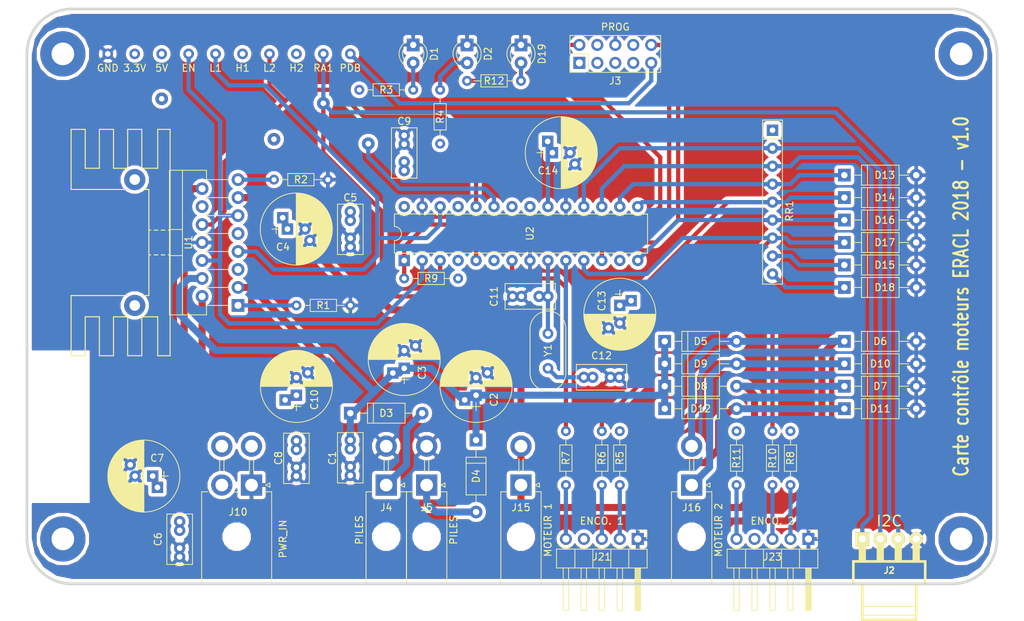
<source format=kicad_pcb>
(kicad_pcb (version 4) (host pcbnew 4.0.7)
  (title_block (title "Carte contrôle moteurs 2A - 2018") (date 2018-02-16) (rev v1.0) (company "Centrale Lyon") (comment 2 "Contacter G. CHARREAUX (chxguillaume@gmail.com)"))
  (layers (0 Dessus signal) (1 Interne3 signal) (2 Interne2 signal) (31 Dessous signal) (34 B.Paste user hide) (35 F.Paste user hide) (36 B.SilkS user hide) (37 F.SilkS user) (38 B.Mask user) (39 F.Mask user) (44 Edge.Cuts user))
  (net 0 "")
  (net 1 +5V)
  (net 2 /ALIM_PILES)
  (net 3 /DEBUG_RX)
  (net 4 /DEBUG_TX)
  (net 5 /ENABLE)
  (net 6 /PCK)
  (net 7 /PDB)
  (net 8 /PDT)
  (net 9 /PWM1_H1)
  (net 10 /PWM1_H2)
  (net 11 /PWM1_L1)
  (net 12 /PWM1_L2)
  (net 13 /QEI1_INDEX)
  (net 14 /RA1)
  (net 15 GND)
  (net 16 +3V3)
  (net 17 "Net-(C11-Pad1)")
  (net 18 "Net-(C12-Pad1)")
  (net 19 "Net-(C14-Pad1)")
  (net 20 "Net-(D1-Pad2)")
  (net 21 "Net-(D2-Pad2)")
  (net 22 "Net-(D3-Pad2)")
  (net 23 "Net-(D4-Pad2)")
  (net 24 "Net-(D5-Pad2)")
  (net 25 "Net-(D7-Pad1)")
  (net 26 "Net-(D10-Pad1)")
  (net 27 "Net-(D11-Pad1)")
  (net 28 /QEI1_CHA)
  (net 29 /QEI1_CHB)
  (net 30 /QEI2_INDEX)
  (net 31 /QEI2_CHA)
  (net 32 /QEI2_CHB)
  (net 33 "Net-(D19-Pad2)")
  (net 34 /I2C_CLK)
  (net 35 /I2C_DATA)
  (net 36 /Mclr)
  (net 37 "Net-(J21-Pad2)")
  (net 38 "Net-(J21-Pad3)")
  (net 39 "Net-(J21-Pad5)")
  (net 40 "Net-(J23-Pad2)")
  (net 41 "Net-(J23-Pad3)")
  (net 42 "Net-(J23-Pad5)")
  (net 43 "Net-(R1-Pad1)")
  (net 44 "Net-(R2-Pad1)")
  (net 45 "Net-(R12-Pad2)")
  (module Connectors_Molex:Molex_MiniFit-JR-5569-02A2_2x01x4.20mm_Angled (layer Dessus) (at 74.93 102.87 180)
    (fp_text reference J4 (at 0 -3.175 180) (layer F.SilkS))
    (fp_text value PILES (at 3.81 -6.35 270) (layer F.SilkS))
    (pad 1 thru_hole rect (at 0 0 180) (size 3 3) (drill 1.8) (layers *.Cu *.Mask) (net 22 "Net-(D3-Pad2)"))
    (pad 2 thru_hole circle (at 0 5.5 180) (size 3 3) (drill 1.8) (layers *.Cu *.Mask) (net 15 GND))
    (pad "" np_thru_hole circle (at 0 -7.3 180) (size 3 3) (drill 3) (layers *.Cu *.Mask))
  )
  (module Capacitors_THT:C_Rect_L7.0mm_W3.5mm_P2.50mm_P5.00mm (layer Dessus) (at 69.85 96.52 270)
    (fp_text reference C1 (at 2.54 2.54 270) (layer F.SilkS))
    (fp_text value 100n)
    (pad 1 thru_hole circle (at 1.25 0 270) (size 1.6 1.6) (drill 0.8) (layers *.Cu *.Mask) (net 2 /ALIM_PILES))
    (pad 2 thru_hole circle (at 3.75 0 270) (size 1.6 1.6) (drill 0.8) (layers *.Cu *.Mask) (net 15 GND))
    (pad 1 thru_hole circle (at 0 0 270) (size 1.6 1.6) (drill 0.8) (layers *.Cu *.Mask) (net 2 /ALIM_PILES))
    (pad 2 thru_hole circle (at 5 0 270) (size 1.6 1.6) (drill 0.8) (layers *.Cu *.Mask) (net 15 GND))
  )
  (module Capacitors_THT:CP_Radial_D10.0mm_P2.50mm_P5.00mm (layer Dessus) (at 87.63 90.17 90)
    (fp_text reference C2 (at -0.635 2.54 90) (layer F.SilkS))
    (fp_text value 100u)
    (pad 1 thru_hole rect (at 0 0 90) (size 1.6 1.6) (drill 0.8) (layers *.Cu *.Mask) (net 2 /ALIM_PILES))
    (pad 2 thru_hole circle (at 2.5 0 90) (size 1.6 1.6) (drill 0.8) (layers *.Cu *.Mask) (net 15 GND))
    (pad 1 thru_hole rect (at -0.670937 -1.6 90) (size 1.6 1.6) (drill 0.8) (layers *.Cu *.Mask) (net 2 /ALIM_PILES))
    (pad 2 thru_hole circle (at 3.170937 1.6 90) (size 1.6 1.6) (drill 0.8) (layers *.Cu *.Mask) (net 15 GND))
  )
  (module Capacitors_THT:CP_Radial_D10.0mm_P2.50mm_P5.00mm (layer Dessus) (at 77.47 86.36 90)
    (fp_text reference C3 (at -0.635 2.54 90) (layer F.SilkS))
    (fp_text value 100u)
    (pad 1 thru_hole rect (at 0 0 90) (size 1.6 1.6) (drill 0.8) (layers *.Cu *.Mask) (net 2 /ALIM_PILES))
    (pad 2 thru_hole circle (at 2.5 0 90) (size 1.6 1.6) (drill 0.8) (layers *.Cu *.Mask) (net 15 GND))
    (pad 1 thru_hole rect (at -0.670937 -1.6 90) (size 1.6 1.6) (drill 0.8) (layers *.Cu *.Mask) (net 2 /ALIM_PILES))
    (pad 2 thru_hole circle (at 3.170937 1.6 90) (size 1.6 1.6) (drill 0.8) (layers *.Cu *.Mask) (net 15 GND))
  )
  (module Capacitors_THT:CP_Radial_D10.0mm_P2.50mm_P5.00mm (layer Dessus) (at 60.96 66.675)
    (fp_text reference C4 (at -0.635 2.54) (layer F.SilkS))
    (fp_text value 100u)
    (pad 1 thru_hole rect (at 0 0) (size 1.6 1.6) (drill 0.8) (layers *.Cu *.Mask) (net 16 +3V3))
    (pad 2 thru_hole circle (at 2.5 0) (size 1.6 1.6) (drill 0.8) (layers *.Cu *.Mask) (net 15 GND))
    (pad 1 thru_hole rect (at -0.670937 -1.6) (size 1.6 1.6) (drill 0.8) (layers *.Cu *.Mask) (net 16 +3V3))
    (pad 2 thru_hole circle (at 3.170937 1.6) (size 1.6 1.6) (drill 0.8) (layers *.Cu *.Mask) (net 15 GND))
  )
  (module Capacitors_THT:C_Rect_L7.0mm_W3.5mm_P2.50mm_P5.00mm (layer Dessus) (at 69.85 69.215 90)
    (fp_text reference C5 (at 6.985 0 180) (layer F.SilkS))
    (fp_text value 100n)
    (pad 1 thru_hole circle (at 1.25 0 90) (size 1.6 1.6) (drill 0.8) (layers *.Cu *.Mask) (net 15 GND))
    (pad 2 thru_hole circle (at 3.75 0 90) (size 1.6 1.6) (drill 0.8) (layers *.Cu *.Mask) (net 16 +3V3))
    (pad 1 thru_hole circle (at 0 0 90) (size 1.6 1.6) (drill 0.8) (layers *.Cu *.Mask) (net 15 GND))
    (pad 2 thru_hole circle (at 5 0 90) (size 1.6 1.6) (drill 0.8) (layers *.Cu *.Mask) (net 16 +3V3))
  )
  (module Capacitors_THT:C_Rect_L7.0mm_W3.5mm_P2.50mm_P5.00mm (layer Dessus) (at 45.72 113.03 90)
    (fp_text reference C6 (at 2.5 -3.06 90) (layer F.SilkS))
    (fp_text value 100n)
    (pad 1 thru_hole circle (at 1.25 0 90) (size 1.6 1.6) (drill 0.8) (layers *.Cu *.Mask) (net 15 GND))
    (pad 2 thru_hole circle (at 3.75 0 90) (size 1.6 1.6) (drill 0.8) (layers *.Cu *.Mask) (net 1 +5V))
    (pad 1 thru_hole circle (at 0 0 90) (size 1.6 1.6) (drill 0.8) (layers *.Cu *.Mask) (net 15 GND))
    (pad 2 thru_hole circle (at 5 0 90) (size 1.6 1.6) (drill 0.8) (layers *.Cu *.Mask) (net 1 +5V))
  )
  (module Capacitors_THT:CP_Radial_D10.0mm_P2.50mm_P5.00mm (layer Dessus) (at 41.91 101.6 180)
    (fp_text reference C7 (at -0.635 2.54 180) (layer F.SilkS))
    (fp_text value 100u)
    (pad 1 thru_hole rect (at 0 0 180) (size 1.6 1.6) (drill 0.8) (layers *.Cu *.Mask) (net 1 +5V))
    (pad 2 thru_hole circle (at 2.5 0 180) (size 1.6 1.6) (drill 0.8) (layers *.Cu *.Mask) (net 15 GND))
    (pad 1 thru_hole rect (at -0.670937 -1.6 180) (size 1.6 1.6) (drill 0.8) (layers *.Cu *.Mask) (net 1 +5V))
    (pad 2 thru_hole circle (at 3.170937 1.6 180) (size 1.6 1.6) (drill 0.8) (layers *.Cu *.Mask) (net 15 GND))
  )
  (module Capacitors_THT:C_Rect_L7.0mm_W3.5mm_P2.50mm_P5.00mm (layer Dessus) (at 62.23 101.6 90)
    (fp_text reference C8 (at 2.54 -2.54 90) (layer F.SilkS))
    (fp_text value 100n)
    (pad 1 thru_hole circle (at 1.25 0 90) (size 1.6 1.6) (drill 0.8) (layers *.Cu *.Mask) (net 15 GND))
    (pad 2 thru_hole circle (at 3.75 0 90) (size 1.6 1.6) (drill 0.8) (layers *.Cu *.Mask) (net 16 +3V3))
    (pad 1 thru_hole circle (at 0 0 90) (size 1.6 1.6) (drill 0.8) (layers *.Cu *.Mask) (net 15 GND))
    (pad 2 thru_hole circle (at 5 0 90) (size 1.6 1.6) (drill 0.8) (layers *.Cu *.Mask) (net 16 +3V3))
  )
  (module Capacitors_THT:C_Rect_L7.0mm_W3.5mm_P2.50mm_P5.00mm (layer Dessus) (at 77.47 58.42 90)
    (fp_text reference C9 (at 6.985 0 180) (layer F.SilkS))
    (fp_text value 100n)
    (pad 1 thru_hole circle (at 1.25 0 90) (size 1.6 1.6) (drill 0.8) (layers *.Cu *.Mask) (net 16 +3V3))
    (pad 2 thru_hole circle (at 3.75 0 90) (size 1.6 1.6) (drill 0.8) (layers *.Cu *.Mask) (net 15 GND))
    (pad 1 thru_hole circle (at 0 0 90) (size 1.6 1.6) (drill 0.8) (layers *.Cu *.Mask) (net 16 +3V3))
    (pad 2 thru_hole circle (at 5 0 90) (size 1.6 1.6) (drill 0.8) (layers *.Cu *.Mask) (net 15 GND))
  )
  (module Capacitors_THT:CP_Radial_D10.0mm_P2.50mm_P5.00mm (layer Dessus) (at 62.23 90.17 90)
    (fp_text reference C10 (at -0.635 2.54 90) (layer F.SilkS))
    (fp_text value 100u)
    (pad 1 thru_hole rect (at 0 0 90) (size 1.6 1.6) (drill 0.8) (layers *.Cu *.Mask) (net 16 +3V3))
    (pad 2 thru_hole circle (at 2.5 0 90) (size 1.6 1.6) (drill 0.8) (layers *.Cu *.Mask) (net 15 GND))
    (pad 1 thru_hole rect (at -0.670937 -1.6 90) (size 1.6 1.6) (drill 0.8) (layers *.Cu *.Mask) (net 16 +3V3))
    (pad 2 thru_hole circle (at 3.170937 1.6 90) (size 1.6 1.6) (drill 0.8) (layers *.Cu *.Mask) (net 15 GND))
  )
  (module Capacitors_THT:C_Rect_L7.0mm_W3.5mm_P2.50mm_P5.00mm (layer Dessus) (at 97.79 76.2 180)
    (fp_text reference C11 (at 7.62 0 270) (layer F.SilkS))
    (fp_text value 17p)
    (pad 1 thru_hole circle (at 1.25 0 180) (size 1.6 1.6) (drill 0.8) (layers *.Cu *.Mask) (net 17 "Net-(C11-Pad1)"))
    (pad 2 thru_hole circle (at 3.75 0 180) (size 1.6 1.6) (drill 0.8) (layers *.Cu *.Mask) (net 15 GND))
    (pad 1 thru_hole circle (at 0 0 180) (size 1.6 1.6) (drill 0.8) (layers *.Cu *.Mask) (net 17 "Net-(C11-Pad1)"))
    (pad 2 thru_hole circle (at 5 0 180) (size 1.6 1.6) (drill 0.8) (layers *.Cu *.Mask) (net 15 GND))
  )
  (module Capacitors_THT:C_Rect_L7.0mm_W3.5mm_P2.50mm_P5.00mm (layer Dessus) (at 102.87 87.63)
    (fp_text reference C12 (at 2.5 -3.06) (layer F.SilkS))
    (fp_text value 17p)
    (pad 1 thru_hole circle (at 1.25 0) (size 1.6 1.6) (drill 0.8) (layers *.Cu *.Mask) (net 18 "Net-(C12-Pad1)"))
    (pad 2 thru_hole circle (at 3.75 0) (size 1.6 1.6) (drill 0.8) (layers *.Cu *.Mask) (net 15 GND))
    (pad 1 thru_hole circle (at 0 0) (size 1.6 1.6) (drill 0.8) (layers *.Cu *.Mask) (net 18 "Net-(C12-Pad1)"))
    (pad 2 thru_hole circle (at 5 0) (size 1.6 1.6) (drill 0.8) (layers *.Cu *.Mask) (net 15 GND))
  )
  (module Capacitors_THT:CP_Radial_D10.0mm_P2.50mm_P5.00mm (layer Dessus) (at 107.95 77.47 270)
    (fp_text reference C13 (at -0.635 2.54 450) (layer F.SilkS))
    (fp_text value 1u)
    (pad 1 thru_hole rect (at 0 0 270) (size 1.6 1.6) (drill 0.8) (layers *.Cu *.Mask) (net 16 +3V3))
    (pad 2 thru_hole circle (at 2.5 0 270) (size 1.6 1.6) (drill 0.8) (layers *.Cu *.Mask) (net 15 GND))
    (pad 1 thru_hole rect (at -0.670937 -1.6 270) (size 1.6 1.6) (drill 0.8) (layers *.Cu *.Mask) (net 16 +3V3))
    (pad 2 thru_hole circle (at 3.170937 1.6 270) (size 1.6 1.6) (drill 0.8) (layers *.Cu *.Mask) (net 15 GND))
  )
  (module Capacitors_THT:CP_Radial_D10.0mm_P2.50mm_P5.00mm (layer Dessus) (at 98.425 55.88)
    (fp_text reference C14 (at -0.635 2.54) (layer F.SilkS))
    (fp_text value 4.7u)
    (pad 1 thru_hole rect (at 0 0) (size 1.6 1.6) (drill 0.8) (layers *.Cu *.Mask) (net 19 "Net-(C14-Pad1)"))
    (pad 2 thru_hole circle (at 2.5 0) (size 1.6 1.6) (drill 0.8) (layers *.Cu *.Mask) (net 15 GND))
    (pad 1 thru_hole rect (at -0.670937 -1.6) (size 1.6 1.6) (drill 0.8) (layers *.Cu *.Mask) (net 19 "Net-(C14-Pad1)"))
    (pad 2 thru_hole circle (at 3.170937 1.6) (size 1.6 1.6) (drill 0.8) (layers *.Cu *.Mask) (net 15 GND))
  )
  (module LEDs:LED_D3.0mm (layer Dessus) (at 78.74 40.64 270)
    (fp_text reference D1 (at 1.27 -2.96 270) (layer F.SilkS))
    (fp_text value RED)
    (pad 1 thru_hole rect (at 0 0 270) (size 1.8 1.8) (drill 0.9) (layers *.Cu *.Mask) (net 15 GND))
    (pad 2 thru_hole circle (at 2.54 0 270) (size 1.8 1.8) (drill 0.9) (layers *.Cu *.Mask) (net 20 "Net-(D1-Pad2)"))
  )
  (module LEDs:LED_D3.0mm (layer Dessus) (at 86.36 40.64 270)
    (fp_text reference D2 (at 1.27 -2.96 270) (layer F.SilkS))
    (fp_text value ORANGE)
    (pad 1 thru_hole rect (at 0 0 270) (size 1.8 1.8) (drill 0.9) (layers *.Cu *.Mask) (net 15 GND))
    (pad 2 thru_hole circle (at 2.54 0 270) (size 1.8 1.8) (drill 0.9) (layers *.Cu *.Mask) (net 21 "Net-(D2-Pad2)"))
  )
  (module Diodes_THT:D_A-405_P10.16mm_Horizontal (layer Dessus) (at 69.85 92.71)
    (fp_text reference D3 (at 5.08 0) (layer F.SilkS))
    (fp_text value 5A)
    (pad 1 thru_hole rect (at 0 0) (size 1.8 1.8) (drill 0.9) (layers *.Cu *.Mask) (net 2 /ALIM_PILES))
    (pad 2 thru_hole oval (at 10.16 0) (size 1.8 1.8) (drill 0.9) (layers *.Cu *.Mask) (net 22 "Net-(D3-Pad2)"))
  )
  (module Diodes_THT:D_A-405_P10.16mm_Horizontal (layer Dessus) (at 87.63 96.52 270)
    (fp_text reference D4 (at 5.08 0 270) (layer F.SilkS))
    (fp_text value 5A)
    (pad 1 thru_hole rect (at 0 0 270) (size 1.8 1.8) (drill 0.9) (layers *.Cu *.Mask) (net 2 /ALIM_PILES))
    (pad 2 thru_hole oval (at 10.16 0 270) (size 1.8 1.8) (drill 0.9) (layers *.Cu *.Mask) (net 23 "Net-(D4-Pad2)"))
  )
  (module Diodes_THT:D_A-405_P10.16mm_Horizontal (layer Dessus) (at 114.3 82.55)
    (fp_text reference D5 (at 5.08 0) (layer F.SilkS))
    (fp_text value 5A)
    (pad 1 thru_hole rect (at 0 0) (size 1.8 1.8) (drill 0.9) (layers *.Cu *.Mask) (net 2 /ALIM_PILES))
    (pad 2 thru_hole oval (at 10.16 0) (size 1.8 1.8) (drill 0.9) (layers *.Cu *.Mask) (net 24 "Net-(D5-Pad2)"))
  )
  (module Diodes_THT:D_A-405_P10.16mm_Horizontal (layer Dessus) (at 139.7 82.55)
    (fp_text reference D6 (at 5.08 0) (layer F.SilkS))
    (fp_text value 5A)
    (pad 1 thru_hole rect (at 0 0) (size 1.8 1.8) (drill 0.9) (layers *.Cu *.Mask) (net 24 "Net-(D5-Pad2)"))
    (pad 2 thru_hole oval (at 10.16 0) (size 1.8 1.8) (drill 0.9) (layers *.Cu *.Mask) (net 15 GND))
  )
  (module Diodes_THT:D_A-405_P10.16mm_Horizontal (layer Dessus) (at 139.7 88.9)
    (fp_text reference D7 (at 5.08 0) (layer F.SilkS))
    (fp_text value 5A)
    (pad 1 thru_hole rect (at 0 0) (size 1.8 1.8) (drill 0.9) (layers *.Cu *.Mask) (net 25 "Net-(D7-Pad1)"))
    (pad 2 thru_hole oval (at 10.16 0) (size 1.8 1.8) (drill 0.9) (layers *.Cu *.Mask) (net 15 GND))
  )
  (module Diodes_THT:D_A-405_P10.16mm_Horizontal (layer Dessus) (at 114.3 88.9)
    (fp_text reference D8 (at 5.08 0) (layer F.SilkS))
    (fp_text value 5A)
    (pad 1 thru_hole rect (at 0 0) (size 1.8 1.8) (drill 0.9) (layers *.Cu *.Mask) (net 2 /ALIM_PILES))
    (pad 2 thru_hole oval (at 10.16 0) (size 1.8 1.8) (drill 0.9) (layers *.Cu *.Mask) (net 25 "Net-(D7-Pad1)"))
  )
  (module Diodes_THT:D_A-405_P10.16mm_Horizontal (layer Dessus) (at 114.3 85.725)
    (fp_text reference D9 (at 5.08 0) (layer F.SilkS))
    (fp_text value 5A)
    (pad 1 thru_hole rect (at 0 0) (size 1.8 1.8) (drill 0.9) (layers *.Cu *.Mask) (net 2 /ALIM_PILES))
    (pad 2 thru_hole oval (at 10.16 0) (size 1.8 1.8) (drill 0.9) (layers *.Cu *.Mask) (net 26 "Net-(D10-Pad1)"))
  )
  (module Diodes_THT:D_A-405_P10.16mm_Horizontal (layer Dessus) (at 139.7 85.725)
    (fp_text reference D10 (at 5.08 0) (layer F.SilkS))
    (fp_text value 5A)
    (pad 1 thru_hole rect (at 0 0) (size 1.8 1.8) (drill 0.9) (layers *.Cu *.Mask) (net 26 "Net-(D10-Pad1)"))
    (pad 2 thru_hole oval (at 10.16 0) (size 1.8 1.8) (drill 0.9) (layers *.Cu *.Mask) (net 15 GND))
  )
  (module Diodes_THT:D_A-405_P10.16mm_Horizontal (layer Dessus) (at 139.7 92.075)
    (fp_text reference D11 (at 5.08 0) (layer F.SilkS))
    (fp_text value 5A)
    (pad 1 thru_hole rect (at 0 0) (size 1.8 1.8) (drill 0.9) (layers *.Cu *.Mask) (net 27 "Net-(D11-Pad1)"))
    (pad 2 thru_hole oval (at 10.16 0) (size 1.8 1.8) (drill 0.9) (layers *.Cu *.Mask) (net 15 GND))
  )
  (module Diodes_THT:D_A-405_P10.16mm_Horizontal (layer Dessus) (at 114.3 92.075)
    (fp_text reference D12 (at 5.08 0) (layer F.SilkS))
    (fp_text value 5A)
    (pad 1 thru_hole rect (at 0 0) (size 1.8 1.8) (drill 0.9) (layers *.Cu *.Mask) (net 2 /ALIM_PILES))
    (pad 2 thru_hole oval (at 10.16 0) (size 1.8 1.8) (drill 0.9) (layers *.Cu *.Mask) (net 27 "Net-(D11-Pad1)"))
  )
  (module Diodes_THT:D_A-405_P10.16mm_Horizontal (layer Dessus) (at 139.7 59.055)
    (fp_text reference D13 (at 5.715 0) (layer F.SilkS))
    (fp_text value 3.3V)
    (pad 1 thru_hole rect (at 0 0) (size 1.8 1.8) (drill 0.9) (layers *.Cu *.Mask) (net 13 /QEI1_INDEX))
    (pad 2 thru_hole oval (at 10.16 0) (size 1.8 1.8) (drill 0.9) (layers *.Cu *.Mask) (net 15 GND))
  )
  (module Diodes_THT:D_A-405_P10.16mm_Horizontal (layer Dessus) (at 139.7 62.23)
    (fp_text reference D14 (at 5.715 0) (layer F.SilkS))
    (fp_text value 3.3V)
    (pad 1 thru_hole rect (at 0 0) (size 1.8 1.8) (drill 0.9) (layers *.Cu *.Mask) (net 28 /QEI1_CHA))
    (pad 2 thru_hole oval (at 10.16 0) (size 1.8 1.8) (drill 0.9) (layers *.Cu *.Mask) (net 15 GND))
  )
  (module Diodes_THT:D_A-405_P10.16mm_Horizontal (layer Dessus) (at 139.7 71.755)
    (fp_text reference D15 (at 5.715 0) (layer F.SilkS))
    (fp_text value 3.3V)
    (pad 1 thru_hole rect (at 0 0) (size 1.8 1.8) (drill 0.9) (layers *.Cu *.Mask) (net 29 /QEI1_CHB))
    (pad 2 thru_hole oval (at 10.16 0) (size 1.8 1.8) (drill 0.9) (layers *.Cu *.Mask) (net 15 GND))
  )
  (module Diodes_THT:D_A-405_P10.16mm_Horizontal (layer Dessus) (at 139.7 65.405)
    (fp_text reference D16 (at 5.715 0) (layer F.SilkS))
    (fp_text value 3.3V)
    (pad 1 thru_hole rect (at 0 0) (size 1.8 1.8) (drill 0.9) (layers *.Cu *.Mask) (net 30 /QEI2_INDEX))
    (pad 2 thru_hole oval (at 10.16 0) (size 1.8 1.8) (drill 0.9) (layers *.Cu *.Mask) (net 15 GND))
  )
  (module Diodes_THT:D_A-405_P10.16mm_Horizontal (layer Dessus) (at 139.7 68.58)
    (fp_text reference D17 (at 5.715 0) (layer F.SilkS))
    (fp_text value 3.3V)
    (pad 1 thru_hole rect (at 0 0) (size 1.8 1.8) (drill 0.9) (layers *.Cu *.Mask) (net 31 /QEI2_CHA))
    (pad 2 thru_hole oval (at 10.16 0) (size 1.8 1.8) (drill 0.9) (layers *.Cu *.Mask) (net 15 GND))
  )
  (module Diodes_THT:D_A-405_P10.16mm_Horizontal (layer Dessus) (at 139.7 74.93)
    (fp_text reference D18 (at 5.715 0) (layer F.SilkS))
    (fp_text value 3.3V)
    (pad 1 thru_hole rect (at 0 0) (size 1.8 1.8) (drill 0.9) (layers *.Cu *.Mask) (net 32 /QEI2_CHB))
    (pad 2 thru_hole oval (at 10.16 0) (size 1.8 1.8) (drill 0.9) (layers *.Cu *.Mask) (net 15 GND))
  )
  (module LEDs:LED_D3.0mm (layer Dessus) (at 93.98 40.64 270)
    (fp_text reference D19 (at 1.27 -2.96 270) (layer F.SilkS))
    (fp_text value GREEN)
    (pad 1 thru_hole rect (at 0 0 270) (size 1.8 1.8) (drill 0.9) (layers *.Cu *.Mask) (net 15 GND))
    (pad 2 thru_hole circle (at 2.54 0 270) (size 1.8 1.8) (drill 0.9) (layers *.Cu *.Mask) (net 33 "Net-(D19-Pad2)"))
  )
  (module Measurement_Points:Measurement_Point_Round-TH_Small (layer Dessus) (at 69.85 41.91)
    (fp_text reference J1 hide)
    (fp_text value PDB (at 0 2 180) (layer F.SilkS))
    (pad 1 thru_hole circle (at 0 0) (size 1.5 1.5) (drill 0.8) (layers *.Cu *.Mask) (net 7 /PDB))
  )
  (module epsa_connect:KK_4C (layer Dessus) (at 146.05 110.49)
    (fp_text reference J2 (at 0 4.445) (layer F.SilkS) (effects (font (size 0.889 0.889) (thickness 0.2032))))
    (fp_text value I2C (at 0 -2.54) (layer F.SilkS) (effects (font (size 1.5 1.5) (thickness 0.2))))
    (pad 1 thru_hole rect (at -3.81 0) (size 1.905 1.905) (drill 1.016) (layers *.Cu *.Mask F.SilkS) (net 34 /I2C_CLK))
    (pad 2 thru_hole circle (at -1.27 0) (size 1.905 1.905) (drill 1.016) (layers *.Cu *.Mask F.SilkS) (net 35 /I2C_DATA))
    (pad 3 thru_hole circle (at 1.27 0) (size 1.905 1.905) (drill 1.016) (layers *.Cu *.Mask F.SilkS) (net 14 /RA1))
    (pad 4 thru_hole circle (at 3.81 0) (size 1.905 1.905) (drill 1.016) (layers *.Cu *.Mask F.SilkS) (net 15 GND))
  )
  (module Connectors_Molex:Molex_MiniFit-JR-5569-04A2_2x02x4.20mm_Angled (layer Dessus) (at 55.88 102.87 180)
    (fp_text reference J10 (at 1.905 -3.81 180) (layer F.SilkS))
    (fp_text value PWR_IN (at -4.445 -7.62 270) (layer F.SilkS))
    (pad 1 thru_hole rect (at 0 0 180) (size 3 3) (drill 1.8) (layers *.Cu *.Mask) (net 15 GND))
    (pad 2 thru_hole circle (at 4.2 0 180) (size 3 3) (drill 1.8) (layers *.Cu *.Mask) (net 1 +5V))
    (pad 3 thru_hole circle (at 0 5.5 180) (size 3 3) (drill 1.8) (layers *.Cu *.Mask) (net 16 +3V3))
    (pad 4 thru_hole circle (at 4.2 5.5 180) (size 3 3) (drill 1.8) (layers *.Cu *.Mask))
    (pad "" np_thru_hole circle (at 2.1 -7.3 180) (size 3 3) (drill 3) (layers *.Cu *.Mask))
  )
  (module Measurement_Points:Measurement_Point_Round-TH_Small (layer Dessus) (at 35.56 41.91)
    (fp_text reference J11 hide)
    (fp_text value GND (at 0 2) (layer F.SilkS))
    (pad 1 thru_hole circle (at 0 0) (size 1.5 1.5) (drill 0.8) (layers *.Cu *.Mask) (net 15 GND))
  )
  (module Measurement_Points:Measurement_Point_Round-TH_Small (layer Dessus) (at 43.18 41.91)
    (fp_text reference J12 hide)
    (fp_text value 5V (at 0 2) (layer F.SilkS))
    (pad 1 thru_hole circle (at 0 0) (size 1.5 1.5) (drill 0.8) (layers *.Cu *.Mask) (net 1 +5V))
  )
  (module Measurement_Points:Measurement_Point_Round-TH_Small (layer Dessus) (at 39.37 41.91)
    (fp_text reference J13 hide)
    (fp_text value 3.3V (at 0 2 180) (layer F.SilkS))
    (pad 1 thru_hole circle (at 0 0) (size 1.5 1.5) (drill 0.8) (layers *.Cu *.Mask) (net 16 +3V3))
  )
  (module Measurement_Points:Measurement_Point_Round-TH_Small (layer Dessus) (at 46.99 41.91)
    (fp_text reference J14 hide)
    (fp_text value EN (at 0 2) (layer F.SilkS))
    (pad 1 thru_hole circle (at 0 0) (size 1.5 1.5) (drill 0.8) (layers *.Cu *.Mask) (net 5 /ENABLE))
  )
  (module Measurement_Points:Measurement_Point_Round-TH_Small (layer Dessus) (at 50.8 41.91)
    (fp_text reference J17 hide)
    (fp_text value L1 (at 0 2) (layer F.SilkS))
    (pad 1 thru_hole circle (at 0 0) (size 1.5 1.5) (drill 0.8) (layers *.Cu *.Mask) (net 11 /PWM1_L1))
  )
  (module Measurement_Points:Measurement_Point_Round-TH_Small (layer Dessus) (at 54.61 41.91)
    (fp_text reference J18 hide)
    (fp_text value H1 (at 0 2) (layer F.SilkS))
    (pad 1 thru_hole circle (at 0 0) (size 1.5 1.5) (drill 0.8) (layers *.Cu *.Mask) (net 9 /PWM1_H1))
  )
  (module Measurement_Points:Measurement_Point_Round-TH_Small (layer Dessus) (at 58.42 41.91)
    (fp_text reference J19 hide)
    (fp_text value L2 (at 0 2) (layer F.SilkS))
    (pad 1 thru_hole circle (at 0 0) (size 1.5 1.5) (drill 0.8) (layers *.Cu *.Mask) (net 12 /PWM1_L2))
  )
  (module Measurement_Points:Measurement_Point_Round-TH_Small (layer Dessus) (at 62.23 41.91)
    (fp_text reference J20 hide)
    (fp_text value H2 (at 0 2) (layer F.SilkS))
    (pad 1 thru_hole circle (at 0 0) (size 1.5 1.5) (drill 0.8) (layers *.Cu *.Mask) (net 10 /PWM1_H2))
  )
  (module Pin_Headers:Pin_Header_Angled_1x05_Pitch2.54mm (layer Dessus) (at 110.49 110.49 270)
    (fp_text reference J21 (at 2.54 5.08 360) (layer F.SilkS))
    (fp_text value "ENCO. 1" (at -2.54 5.08 360) (layer F.SilkS))
    (pad 1 thru_hole rect (at 0 0 270) (size 1.7 1.7) (drill 1) (layers *.Cu *.Mask) (net 15 GND))
    (pad 2 thru_hole oval (at 0 2.54 270) (size 1.7 1.7) (drill 1) (layers *.Cu *.Mask) (net 37 "Net-(J21-Pad2)"))
    (pad 3 thru_hole oval (at 0 5.08 270) (size 1.7 1.7) (drill 1) (layers *.Cu *.Mask) (net 38 "Net-(J21-Pad3)"))
    (pad 4 thru_hole oval (at 0 7.62 270) (size 1.7 1.7) (drill 1) (layers *.Cu *.Mask) (net 1 +5V))
    (pad 5 thru_hole oval (at 0 10.16 270) (size 1.7 1.7) (drill 1) (layers *.Cu *.Mask) (net 39 "Net-(J21-Pad5)"))
  )
  (module Measurement_Points:Measurement_Point_Round-TH_Small (layer Dessus) (at 66.04 41.91)
    (fp_text reference J22 hide)
    (fp_text value RA1 (at 0 2 180) (layer F.SilkS))
    (pad 1 thru_hole circle (at 0 0) (size 1.5 1.5) (drill 0.8) (layers *.Cu *.Mask) (net 14 /RA1))
  )
  (module Pin_Headers:Pin_Header_Angled_1x05_Pitch2.54mm (layer Dessus) (at 134.62 110.49 270)
    (fp_text reference J23 (at 2.54 5.08 360) (layer F.SilkS))
    (fp_text value "ENCO. 2" (at -2.54 5.08 540) (layer F.SilkS))
    (pad 1 thru_hole rect (at 0 0 270) (size 1.7 1.7) (drill 1) (layers *.Cu *.Mask) (net 15 GND))
    (pad 2 thru_hole oval (at 0 2.54 270) (size 1.7 1.7) (drill 1) (layers *.Cu *.Mask) (net 40 "Net-(J23-Pad2)"))
    (pad 3 thru_hole oval (at 0 5.08 270) (size 1.7 1.7) (drill 1) (layers *.Cu *.Mask) (net 41 "Net-(J23-Pad3)"))
    (pad 4 thru_hole oval (at 0 7.62 270) (size 1.7 1.7) (drill 1) (layers *.Cu *.Mask) (net 1 +5V))
    (pad 5 thru_hole oval (at 0 10.16 270) (size 1.7 1.7) (drill 1) (layers *.Cu *.Mask) (net 42 "Net-(J23-Pad5)"))
  )
  (module Resistors_THT:R_Array_SIP9 (layer Dessus) (at 129.54 52.705 270)
    (fp_text reference RR1 (at 11.43 -2.4 270) (layer F.SilkS))
    (fp_text value 20k)
    (pad 1 thru_hole rect (at 0 0 270) (size 1.6 1.6) (drill 0.8) (layers *.Cu *.Mask) (net 16 +3V3))
    (pad 2 thru_hole oval (at 2.54 0 270) (size 1.6 1.6) (drill 0.8) (layers *.Cu *.Mask) (net 35 /I2C_DATA))
    (pad 3 thru_hole oval (at 5.08 0 270) (size 1.6 1.6) (drill 0.8) (layers *.Cu *.Mask) (net 34 /I2C_CLK))
    (pad 4 thru_hole oval (at 7.62 0 270) (size 1.6 1.6) (drill 0.8) (layers *.Cu *.Mask) (net 13 /QEI1_INDEX))
    (pad 5 thru_hole oval (at 10.16 0 270) (size 1.6 1.6) (drill 0.8) (layers *.Cu *.Mask) (net 28 /QEI1_CHA))
    (pad 6 thru_hole oval (at 12.7 0 270) (size 1.6 1.6) (drill 0.8) (layers *.Cu *.Mask) (net 30 /QEI2_INDEX))
    (pad 7 thru_hole oval (at 15.24 0 270) (size 1.6 1.6) (drill 0.8) (layers *.Cu *.Mask) (net 31 /QEI2_CHA))
    (pad 8 thru_hole oval (at 17.78 0 270) (size 1.6 1.6) (drill 0.8) (layers *.Cu *.Mask) (net 29 /QEI1_CHB))
    (pad 9 thru_hole oval (at 20.32 0 270) (size 1.6 1.6) (drill 0.8) (layers *.Cu *.Mask) (net 32 /QEI2_CHB))
  )
  (module Housings_DIP:DIP-28_W7.62mm (layer Dessus) (at 77.47 71.12 90)
    (fp_text reference U2 (at 3.81 17.78 90) (layer F.SilkS))
    (fp_text value DSPIC33FJ)
    (pad 1 thru_hole rect (at 0 0 90) (size 1.6 1.6) (drill 0.8) (layers *.Cu *.Mask) (net 36 /Mclr))
    (pad 15 thru_hole oval (at 7.62 33.02 90) (size 1.6 1.6) (drill 0.8) (layers *.Cu *.Mask) (net 28 /QEI1_CHA))
    (pad 2 thru_hole oval (at 0 2.54 90) (size 1.6 1.6) (drill 0.8) (layers *.Cu *.Mask) (net 5 /ENABLE))
    (pad 16 thru_hole oval (at 7.62 30.48 90) (size 1.6 1.6) (drill 0.8) (layers *.Cu *.Mask) (net 13 /QEI1_INDEX))
    (pad 3 thru_hole oval (at 0 5.08 90) (size 1.6 1.6) (drill 0.8) (layers *.Cu *.Mask) (net 14 /RA1))
    (pad 17 thru_hole oval (at 7.62 27.94 90) (size 1.6 1.6) (drill 0.8) (layers *.Cu *.Mask) (net 34 /I2C_CLK))
    (pad 4 thru_hole oval (at 0 7.62 90) (size 1.6 1.6) (drill 0.8) (layers *.Cu *.Mask) (net 8 /PDT))
    (pad 18 thru_hole oval (at 7.62 25.4 90) (size 1.6 1.6) (drill 0.8) (layers *.Cu *.Mask) (net 35 /I2C_DATA))
    (pad 5 thru_hole oval (at 0 10.16 90) (size 1.6 1.6) (drill 0.8) (layers *.Cu *.Mask) (net 6 /PCK))
    (pad 19 thru_hole oval (at 7.62 22.86 90) (size 1.6 1.6) (drill 0.8) (layers *.Cu *.Mask) (net 15 GND))
    (pad 6 thru_hole oval (at 0 12.7 90) (size 1.6 1.6) (drill 0.8) (layers *.Cu *.Mask) (net 32 /QEI2_CHB))
    (pad 20 thru_hole oval (at 7.62 20.32 90) (size 1.6 1.6) (drill 0.8) (layers *.Cu *.Mask) (net 19 "Net-(C14-Pad1)"))
    (pad 7 thru_hole oval (at 0 15.24 90) (size 1.6 1.6) (drill 0.8) (layers *.Cu *.Mask) (net 29 /QEI1_CHB))
    (pad 21 thru_hole oval (at 7.62 17.78 90) (size 1.6 1.6) (drill 0.8) (layers *.Cu *.Mask) (net 3 /DEBUG_RX))
    (pad 8 thru_hole oval (at 0 17.78 90) (size 1.6 1.6) (drill 0.8) (layers *.Cu *.Mask) (net 15 GND))
    (pad 22 thru_hole oval (at 7.62 15.24 90) (size 1.6 1.6) (drill 0.8) (layers *.Cu *.Mask) (net 4 /DEBUG_TX))
    (pad 9 thru_hole oval (at 0 20.32 90) (size 1.6 1.6) (drill 0.8) (layers *.Cu *.Mask) (net 17 "Net-(C11-Pad1)"))
    (pad 23 thru_hole oval (at 7.62 12.7 90) (size 1.6 1.6) (drill 0.8) (layers *.Cu *.Mask) (net 10 /PWM1_H2))
    (pad 10 thru_hole oval (at 0 22.86 90) (size 1.6 1.6) (drill 0.8) (layers *.Cu *.Mask) (net 18 "Net-(C12-Pad1)"))
    (pad 24 thru_hole oval (at 7.62 10.16 90) (size 1.6 1.6) (drill 0.8) (layers *.Cu *.Mask) (net 12 /PWM1_L2))
    (pad 11 thru_hole oval (at 0 25.4 90) (size 1.6 1.6) (drill 0.8) (layers *.Cu *.Mask) (net 31 /QEI2_CHA))
    (pad 25 thru_hole oval (at 7.62 7.62 90) (size 1.6 1.6) (drill 0.8) (layers *.Cu *.Mask) (net 9 /PWM1_H1))
    (pad 12 thru_hole oval (at 0 27.94 90) (size 1.6 1.6) (drill 0.8) (layers *.Cu *.Mask) (net 45 "Net-(R12-Pad2)"))
    (pad 26 thru_hole oval (at 7.62 5.08 90) (size 1.6 1.6) (drill 0.8) (layers *.Cu *.Mask) (net 11 /PWM1_L1))
    (pad 13 thru_hole oval (at 0 30.48 90) (size 1.6 1.6) (drill 0.8) (layers *.Cu *.Mask) (net 16 +3V3))
    (pad 27 thru_hole oval (at 7.62 2.54 90) (size 1.6 1.6) (drill 0.8) (layers *.Cu *.Mask) (net 15 GND))
    (pad 14 thru_hole oval (at 0 33.02 90) (size 1.6 1.6) (drill 0.8) (layers *.Cu *.Mask) (net 30 /QEI2_INDEX))
    (pad 28 thru_hole oval (at 7.62 0 90) (size 1.6 1.6) (drill 0.8) (layers *.Cu *.Mask) (net 16 +3V3))
  )
  (module Crystals:Crystal_HC18-U_Vertical (layer Dessus) (at 97.79 86.36 90)
    (fp_text reference Y1 (at 2.54 0 90) (layer F.SilkS))
    (fp_text value 10MHz)
    (pad 1 thru_hole circle (at 0 0 90) (size 1.5 1.5) (drill 0.8) (layers *.Cu *.Mask) (net 18 "Net-(C12-Pad1)"))
    (pad 2 thru_hole circle (at 4.9 0 90) (size 1.5 1.5) (drill 0.8) (layers *.Cu *.Mask) (net 17 "Net-(C11-Pad1)"))
  )
  (module TO_SOT_Packages_THT:Multiwatt-15_Vertical_StaggeredType1 (layer Dessus) (at 53.975 77.47 90)
    (fp_text reference U1 (at 8.89 -6.985 90) (layer F.SilkS))
    (fp_text value L298_PAI225)
    (pad 1 thru_hole rect (at 0 0 90) (size 1.8 1.8) (drill 1) (layers *.Cu *.Mask) (net 43 "Net-(R1-Pad1)"))
    (pad 2 thru_hole oval (at 1.27 -5.08 90) (size 1.8 1.8) (drill 1) (layers *.Cu *.Mask) (net 25 "Net-(D7-Pad1)"))
    (pad 3 thru_hole oval (at 2.54 0 90) (size 1.8 1.8) (drill 1) (layers *.Cu *.Mask) (net 27 "Net-(D11-Pad1)"))
    (pad 4 thru_hole oval (at 3.81 -5.08 90) (size 1.8 1.8) (drill 1) (layers *.Cu *.Mask) (net 2 /ALIM_PILES))
    (pad 5 thru_hole oval (at 5.08 0 90) (size 1.8 1.8) (drill 1) (layers *.Cu *.Mask) (net 9 /PWM1_H1))
    (pad 6 thru_hole oval (at 6.35 -5.08 90) (size 1.8 1.8) (drill 1) (layers *.Cu *.Mask) (net 5 /ENABLE))
    (pad 7 thru_hole oval (at 7.62 0 90) (size 1.8 1.8) (drill 1) (layers *.Cu *.Mask) (net 11 /PWM1_L1))
    (pad 8 thru_hole oval (at 8.89 -5.08 90) (size 1.8 1.8) (drill 1) (layers *.Cu *.Mask) (net 15 GND))
    (pad 9 thru_hole oval (at 10.16 0 90) (size 1.8 1.8) (drill 1) (layers *.Cu *.Mask) (net 16 +3V3))
    (pad 10 thru_hole oval (at 11.43 -5.08 90) (size 1.8 1.8) (drill 1) (layers *.Cu *.Mask) (net 12 /PWM1_L2))
    (pad 11 thru_hole oval (at 12.7 0 90) (size 1.8 1.8) (drill 1) (layers *.Cu *.Mask) (net 5 /ENABLE))
    (pad 12 thru_hole oval (at 13.97 -5.08 90) (size 1.8 1.8) (drill 1) (layers *.Cu *.Mask) (net 10 /PWM1_H2))
    (pad 13 thru_hole oval (at 15.24 0 90) (size 1.8 1.8) (drill 1) (layers *.Cu *.Mask) (net 26 "Net-(D10-Pad1)"))
    (pad 14 thru_hole oval (at 16.51 -5.08 90) (size 1.8 1.8) (drill 1) (layers *.Cu *.Mask) (net 24 "Net-(D5-Pad2)"))
    (pad 15 thru_hole oval (at 17.78 0 90) (size 1.8 1.8) (drill 1) (layers *.Cu *.Mask) (net 44 "Net-(R2-Pad1)"))
  )
  (module Pin_Headers:Pin_Header_Straight_2x05_Pitch2.54mm (layer Dessus) (at 102.235 43.18 90)
    (fp_text reference J3 (at -2.54 5.08 180) (layer F.SilkS))
    (fp_text value PROG (at 5.08 5.08 180) (layer F.SilkS))
    (pad 1 thru_hole rect (at 0 0 90) (size 1.7 1.7) (drill 1) (layers *.Cu *.Mask))
    (pad 2 thru_hole oval (at 2.54 0 90) (size 1.7 1.7) (drill 1) (layers *.Cu *.Mask) (net 36 /Mclr))
    (pad 3 thru_hole oval (at 0 2.54 90) (size 1.7 1.7) (drill 1) (layers *.Cu *.Mask))
    (pad 4 thru_hole oval (at 2.54 2.54 90) (size 1.7 1.7) (drill 1) (layers *.Cu *.Mask) (net 16 +3V3))
    (pad 5 thru_hole oval (at 0 5.08 90) (size 1.7 1.7) (drill 1) (layers *.Cu *.Mask) (net 4 /DEBUG_TX))
    (pad 6 thru_hole oval (at 2.54 5.08 90) (size 1.7 1.7) (drill 1) (layers *.Cu *.Mask) (net 15 GND))
    (pad 7 thru_hole oval (at 0 7.62 90) (size 1.7 1.7) (drill 1) (layers *.Cu *.Mask) (net 3 /DEBUG_RX))
    (pad 8 thru_hole oval (at 2.54 7.62 90) (size 1.7 1.7) (drill 1) (layers *.Cu *.Mask) (net 8 /PDT))
    (pad 9 thru_hole oval (at 0 10.16 90) (size 1.7 1.7) (drill 1) (layers *.Cu *.Mask) (net 7 /PDB))
    (pad 10 thru_hole oval (at 2.54 10.16 90) (size 1.7 1.7) (drill 1) (layers *.Cu *.Mask) (net 6 /PCK))
  )
  (module Connectors_Molex:Molex_MiniFit-JR-5569-02A2_2x01x4.20mm_Angled (layer Dessus) (at 80.645 102.87 180)
    (fp_text reference J5 (at 0 -3.175 180) (layer F.SilkS))
    (fp_text value PILES (at -3.81 -6.35 270) (layer F.SilkS))
    (pad 1 thru_hole rect (at 0 0 180) (size 3 3) (drill 1.8) (layers *.Cu *.Mask) (net 23 "Net-(D4-Pad2)"))
    (pad 2 thru_hole circle (at 0 5.5 180) (size 3 3) (drill 1.8) (layers *.Cu *.Mask) (net 15 GND))
    (pad "" np_thru_hole circle (at 0 -7.3 180) (size 3 3) (drill 3) (layers *.Cu *.Mask))
  )
  (module Mounting_Holes:MountingHole_3.2mm_M3_Pad (layer Dessus) (at 29.21 41.91)
    (fp_text reference J6 hide)
    (fp_text value Fix hide)
    (pad 1 thru_hole circle (at 0 0) (size 6.4 6.4) (drill 3.2) (layers *.Cu *.Mask))
  )
  (module Mounting_Holes:MountingHole_3.2mm_M3_Pad (layer Dessus) (at 156.21 41.91)
    (fp_text reference J7 hide)
    (fp_text value Fix hide)
    (pad 1 thru_hole circle (at 0 0) (size 6.4 6.4) (drill 3.2) (layers *.Cu *.Mask))
  )
  (module Mounting_Holes:MountingHole_3.2mm_M3_Pad (layer Dessus) (at 29.21 110.49)
    (fp_text reference J8 hide)
    (fp_text value Fix hide)
    (pad 1 thru_hole circle (at 0 0) (size 6.4 6.4) (drill 3.2) (layers *.Cu *.Mask))
  )
  (module Mounting_Holes:MountingHole_3.2mm_M3_Pad (layer Dessus) (at 156.21 110.49)
    (fp_text reference J9 hide)
    (fp_text value Fix hide)
    (pad 1 thru_hole circle (at 0 0) (size 6.4 6.4) (drill 3.2) (layers *.Cu *.Mask))
  )
  (module Connectors_Molex:Molex_MiniFit-JR-5569-02A2_2x01x4.20mm_Angled (layer Dessus) (at 93.98 102.87 180)
    (fp_text reference J15 (at 0 -3.175 180) (layer F.SilkS))
    (fp_text value "MOTEUR 1" (at -3.81 -6.35 270) (layer F.SilkS))
    (pad 1 thru_hole rect (at 0 0 180) (size 3 3) (drill 1.8) (layers *.Cu *.Mask) (net 25 "Net-(D7-Pad1)"))
    (pad 2 thru_hole circle (at 0 5.5 180) (size 3 3) (drill 1.8) (layers *.Cu *.Mask) (net 27 "Net-(D11-Pad1)"))
    (pad "" np_thru_hole circle (at 0 -7.3 180) (size 3 3) (drill 3) (layers *.Cu *.Mask))
  )
  (module Connectors_Molex:Molex_MiniFit-JR-5569-02A2_2x01x4.20mm_Angled (layer Dessus) (at 118.11 102.87 180)
    (fp_text reference J16 (at 0 -3.175 180) (layer F.SilkS))
    (fp_text value "MOTEUR 2" (at -3.81 -6.35 270) (layer F.SilkS))
    (pad 1 thru_hole rect (at 0 0 180) (size 3 3) (drill 1.8) (layers *.Cu *.Mask) (net 26 "Net-(D10-Pad1)"))
    (pad 2 thru_hole circle (at 0 5.5 180) (size 3 3) (drill 1.8) (layers *.Cu *.Mask) (net 24 "Net-(D5-Pad2)"))
    (pad "" np_thru_hole circle (at 0 -7.3 180) (size 3 3) (drill 3) (layers *.Cu *.Mask))
  )
  (module Heatsinks:Heatsink_Stonecold_HS-132_32x14mm_2xFixation1.5mm (layer Dessus) (at 39.37 68.58 270)
    (fp_text reference "" (at 0 -6 270) (layer F.SilkS))
    (fp_text value "")
    (pad 1 thru_hole circle (at -8.9 0 270) (size 3 3) (drill 1.5) (layers *.Cu *.Mask))
    (pad 1 thru_hole circle (at 8.9 0 270) (size 3 3) (drill 1.5) (layers *.Cu *.Mask))
  )
  (module Resistors_THT:R_Axial_DIN0204_L3.6mm_D1.6mm_P7.62mm_Horizontal (layer Dessus) (at 62.23 77.47)
    (fp_text reference R1 (at 3.81 0) (layer F.SilkS))
    (fp_text value 0)
    (pad 1 thru_hole circle (at 0 0) (size 1.4 1.4) (drill 0.7) (layers *.Cu *.Mask) (net 43 "Net-(R1-Pad1)"))
    (pad 2 thru_hole oval (at 7.62 0) (size 1.4 1.4) (drill 0.7) (layers *.Cu *.Mask) (net 15 GND))
  )
  (module Resistors_THT:R_Axial_DIN0204_L3.6mm_D1.6mm_P7.62mm_Horizontal (layer Dessus) (at 59.055 59.69)
    (fp_text reference R2 (at 3.81 0) (layer F.SilkS))
    (fp_text value 0)
    (pad 1 thru_hole circle (at 0 0) (size 1.4 1.4) (drill 0.7) (layers *.Cu *.Mask) (net 44 "Net-(R2-Pad1)"))
    (pad 2 thru_hole oval (at 7.62 0) (size 1.4 1.4) (drill 0.7) (layers *.Cu *.Mask) (net 15 GND))
  )
  (module Resistors_THT:R_Axial_DIN0204_L3.6mm_D1.6mm_P7.62mm_Horizontal (layer Dessus) (at 78.74 46.99 180)
    (fp_text reference R3 (at 3.81 0 180) (layer F.SilkS))
    (fp_text value 470)
    (pad 1 thru_hole circle (at 0 0 180) (size 1.4 1.4) (drill 0.7) (layers *.Cu *.Mask) (net 20 "Net-(D1-Pad2)"))
    (pad 2 thru_hole oval (at 7.62 0 180) (size 1.4 1.4) (drill 0.7) (layers *.Cu *.Mask) (net 1 +5V))
  )
  (module Resistors_THT:R_Axial_DIN0204_L3.6mm_D1.6mm_P7.62mm_Horizontal (layer Dessus) (at 82.55 46.99 270)
    (fp_text reference R4 (at 3.81 0 270) (layer F.SilkS))
    (fp_text value 470)
    (pad 1 thru_hole circle (at 0 0 270) (size 1.4 1.4) (drill 0.7) (layers *.Cu *.Mask) (net 21 "Net-(D2-Pad2)"))
    (pad 2 thru_hole oval (at 7.62 0 270) (size 1.4 1.4) (drill 0.7) (layers *.Cu *.Mask) (net 16 +3V3))
  )
  (module Resistors_THT:R_Axial_DIN0204_L3.6mm_D1.6mm_P7.62mm_Horizontal (layer Dessus) (at 107.95 102.87 90)
    (fp_text reference R5 (at 3.81 0 90) (layer F.SilkS))
    (fp_text value 150)
    (pad 1 thru_hole circle (at 0 0 90) (size 1.4 1.4) (drill 0.7) (layers *.Cu *.Mask) (net 37 "Net-(J21-Pad2)"))
    (pad 2 thru_hole oval (at 7.62 0 90) (size 1.4 1.4) (drill 0.7) (layers *.Cu *.Mask) (net 13 /QEI1_INDEX))
  )
  (module Resistors_THT:R_Axial_DIN0204_L3.6mm_D1.6mm_P7.62mm_Horizontal (layer Dessus) (at 105.41 102.87 90)
    (fp_text reference R6 (at 3.81 0 90) (layer F.SilkS))
    (fp_text value 150)
    (pad 1 thru_hole circle (at 0 0 90) (size 1.4 1.4) (drill 0.7) (layers *.Cu *.Mask) (net 38 "Net-(J21-Pad3)"))
    (pad 2 thru_hole oval (at 7.62 0 90) (size 1.4 1.4) (drill 0.7) (layers *.Cu *.Mask) (net 28 /QEI1_CHA))
  )
  (module Resistors_THT:R_Axial_DIN0204_L3.6mm_D1.6mm_P7.62mm_Horizontal (layer Dessus) (at 100.33 102.87 90)
    (fp_text reference R7 (at 3.81 0 90) (layer F.SilkS))
    (fp_text value 150)
    (pad 1 thru_hole circle (at 0 0 90) (size 1.4 1.4) (drill 0.7) (layers *.Cu *.Mask) (net 39 "Net-(J21-Pad5)"))
    (pad 2 thru_hole oval (at 7.62 0 90) (size 1.4 1.4) (drill 0.7) (layers *.Cu *.Mask) (net 29 /QEI1_CHB))
  )
  (module Resistors_THT:R_Axial_DIN0204_L3.6mm_D1.6mm_P7.62mm_Horizontal (layer Dessus) (at 132.08 102.87 90)
    (fp_text reference R8 (at 3.81 0 90) (layer F.SilkS))
    (fp_text value 150)
    (pad 1 thru_hole circle (at 0 0 90) (size 1.4 1.4) (drill 0.7) (layers *.Cu *.Mask) (net 40 "Net-(J23-Pad2)"))
    (pad 2 thru_hole oval (at 7.62 0 90) (size 1.4 1.4) (drill 0.7) (layers *.Cu *.Mask) (net 30 /QEI2_INDEX))
  )
  (module Resistors_THT:R_Axial_DIN0204_L3.6mm_D1.6mm_P7.62mm_Horizontal (layer Dessus) (at 77.47 73.66)
    (fp_text reference R9 (at 3.81 0) (layer F.SilkS))
    (fp_text value 10K)
    (pad 1 thru_hole circle (at 0 0) (size 1.4 1.4) (drill 0.7) (layers *.Cu *.Mask) (net 36 /Mclr))
    (pad 2 thru_hole oval (at 7.62 0) (size 1.4 1.4) (drill 0.7) (layers *.Cu *.Mask) (net 16 +3V3))
  )
  (module Resistors_THT:R_Axial_DIN0204_L3.6mm_D1.6mm_P7.62mm_Horizontal (layer Dessus) (at 129.54 102.87 90)
    (fp_text reference R10 (at 3.81 0 90) (layer F.SilkS))
    (fp_text value 150)
    (pad 1 thru_hole circle (at 0 0 90) (size 1.4 1.4) (drill 0.7) (layers *.Cu *.Mask) (net 41 "Net-(J23-Pad3)"))
    (pad 2 thru_hole oval (at 7.62 0 90) (size 1.4 1.4) (drill 0.7) (layers *.Cu *.Mask) (net 31 /QEI2_CHA))
  )
  (module Resistors_THT:R_Axial_DIN0204_L3.6mm_D1.6mm_P7.62mm_Horizontal (layer Dessus) (at 124.46 102.87 90)
    (fp_text reference R11 (at 3.81 0 90) (layer F.SilkS))
    (fp_text value 150)
    (pad 1 thru_hole circle (at 0 0 90) (size 1.4 1.4) (drill 0.7) (layers *.Cu *.Mask) (net 42 "Net-(J23-Pad5)"))
    (pad 2 thru_hole oval (at 7.62 0 90) (size 1.4 1.4) (drill 0.7) (layers *.Cu *.Mask) (net 32 /QEI2_CHB))
  )
  (module Resistors_THT:R_Axial_DIN0204_L3.6mm_D1.6mm_P7.62mm_Horizontal (layer Dessus) (at 93.98 45.72 180)
    (fp_text reference R12 (at 3.81 0 180) (layer F.SilkS))
    (fp_text value 470)
    (pad 1 thru_hole circle (at 0 0 180) (size 1.4 1.4) (drill 0.7) (layers *.Cu *.Mask) (net 33 "Net-(D19-Pad2)"))
    (pad 2 thru_hole oval (at 7.62 0 180) (size 1.4 1.4) (drill 0.7) (layers *.Cu *.Mask) (net 45 "Net-(R12-Pad2)"))
  )
  (gr_text "Carte contrôle moteurs ERACL 2018 - v1.0" (at 156.21 76.2 90) (layer F.SilkS) (effects (font (size 2.032 1.524) (thickness 0.3048))))
  (gr_line (start 154.94 116.84) (end 30.48 116.84) (angle 90) (layer Edge.Cuts) (width 0.381))
  (gr_line (start 30.48 35.56) (end 154.94 35.56) (angle 90) (layer Edge.Cuts) (width 0.381))
  (gr_line (start 161.29 110.49) (end 161.29 41.91) (angle 90) (layer Edge.Cuts) (width 0.381))
  (gr_line (start 24.13 41.91) (end 24.13 110.49) (angle 90) (layer Edge.Cuts) (width 0.381))
  (gr_arc (start 30.48 41.91) (end 24.13 41.91) (angle 90) (layer Edge.Cuts) (width 0.381))
  (gr_arc (start 154.94 41.91) (end 154.94 35.56) (angle 90) (layer Edge.Cuts) (width 0.381))
  (gr_arc (start 30.48 110.49) (end 30.48 116.84) (angle 90) (layer Edge.Cuts) (width 0.381))
  (gr_arc (start 154.94 110.49) (end 161.29 110.49) (angle 90) (layer Edge.Cuts) (width 0.381))
  (via (at 43.18 48.26) (size 1.80086) (drill 0.8001) (layers Dessus Dessous) (net 1))
  (segment (start 86.03 90.840937) (end 85.760937 90.840937) (width 1.00076) (layer Dessous) (net 2))
  (segment (start 85.760937 90.840937) (end 85.09 90.17) (width 1.00076) (layer Dessous) (net 2))
  (segment (start 87.63 90.17) (end 85.09 90.17) (width 1.00076) (layer Dessous) (net 2))
  (segment (start 81.28 86.36) (end 77.47 86.36) (width 1.00076) (layer Dessous) (net 2))
  (segment (start 85.09 90.17) (end 81.28 86.36) (width 1.00076) (layer Dessous) (net 2))
  (segment (start 87.63 90.17) (end 87.63 96.52) (width 1.00076) (layer Dessous) (net 2))
  (segment (start 114.3 90.17) (end 87.63 90.17) (width 1.00076) (layer Dessous) (net 2))
  (segment (start 48.895 73.66) (end 46.99 73.66) (width 1.00076) (layer Dessous) (net 2))
  (segment (start 45.72 78.74) (end 50.8 83.82) (width 1.00076) (layer Dessous) (net 2))
  (segment (start 45.72 74.93) (end 45.72 78.74) (width 1.00076) (layer Dessous) (net 2))
  (segment (start 46.99 73.66) (end 45.72 74.93) (width 1.00076) (layer Dessous) (net 2))
  (segment (start 50.8 83.82) (end 67.31 83.82) (width 1.00076) (layer Dessous) (net 2))
  (segment (start 67.31 83.82) (end 73.195469 89.705469) (width 1.00076) (layer Dessous) (net 2))
  (segment (start 73.195469 89.705468) (end 73.195469 89.705469) (width 1.00076) (layer Dessous) (net 2))
  (segment (start 114.3 85.725) (end 114.3 82.55) (width 1.00076) (layer Dessous) (net 2))
  (segment (start 114.3 88.9) (end 114.3 85.725) (width 1.00076) (layer Dessous) (net 2))
  (segment (start 114.3 88.9) (end 114.3 90.17) (width 1.00076) (layer Dessous) (net 2))
  (segment (start 114.3 90.17) (end 114.3 92.075) (width 1.00076) (layer Dessous) (net 2))
  (segment (start 75.87 87.030937) (end 76.799063 87.030937) (width 1.00076) (layer Dessous) (net 2))
  (segment (start 76.799063 87.030937) (end 77.47 86.36) (width 1.00076) (layer Dessous) (net 2))
  (segment (start 69.85 92.71) (end 70.190937 92.71) (width 1.00076) (layer Dessous) (net 2))
  (segment (start 70.190937 92.71) (end 73.195469 89.705468) (width 1.00076) (layer Dessous) (net 2))
  (segment (start 73.195469 89.705468) (end 75.87 87.030937) (width 1.00076) (layer Dessous) (net 2))
  (segment (start 69.85 92.71) (end 69.85 96.52) (width 1.00076) (layer Dessous) (net 2))
  (segment (start 69.85 96.52) (end 69.85 97.77) (width 1.00076) (layer Dessous) (net 2))
  (segment (start 51.435 64.77) (end 51.435 51.435) (width 0.59944) (layer Dessous) (net 5))
  (segment (start 51.435 51.435) (end 46.99 46.99) (width 0.59944) (layer Dessous) (net 5))
  (segment (start 48.895 71.12) (end 51.435 71.12) (width 0.59944) (layer Dessous) (net 5))
  (segment (start 52.705 80.01) (end 51.435 78.74) (width 0.59944) (layer Dessous) (net 5))
  (segment (start 51.435 78.74) (end 51.435 71.12) (width 0.59944) (layer Dessous) (net 5))
  (segment (start 51.435 71.12) (end 51.435 64.77) (width 0.59944) (layer Dessous) (net 5))
  (segment (start 52.705 80.01) (end 73.66 80.01) (width 0.59944) (layer Dessous) (net 5))
  (segment (start 73.66 80.01) (end 80.01 73.66) (width 0.59944) (layer Dessous) (net 5))
  (segment (start 80.01 73.66) (end 80.01 71.12) (width 0.59944) (layer Dessous) (net 5))
  (segment (start 51.435 64.77) (end 53.975 64.77) (width 0.59944) (layer Dessous) (net 5))
  (segment (start 46.99 46.99) (end 46.99 41.91) (width 0.59944) (layer Dessous) (net 5))
  (segment (start 90.17 67.31) (end 87.63 69.85) (width 0.59944) (layer Dessus) (net 6))
  (segment (start 111.76 67.31) (end 90.17 67.31) (width 0.59944) (layer Dessus) (net 6))
  (segment (start 114.935 64.135) (end 111.76 67.31) (width 0.59944) (layer Dessus) (net 6))
  (segment (start 87.63 71.12) (end 87.63 69.85) (width 0.59944) (layer Dessus) (net 6))
  (segment (start 113.665 40.64) (end 112.395 40.64) (width 0.59944) (layer Dessus) (net 6))
  (segment (start 114.935 64.135) (end 114.935 41.91) (width 0.59944) (layer Dessus) (net 6))
  (segment (start 114.935 41.91) (end 113.665 40.64) (width 0.59944) (layer Dessus) (net 6))
  (segment (start 69.85 41.91) (end 76.835 48.895) (width 0.59944) (layer Dessous) (net 7))
  (segment (start 76.835 48.895) (end 109.22 48.895) (width 0.59944) (layer Dessous) (net 7))
  (segment (start 109.22 48.895) (end 112.395 45.72) (width 0.59944) (layer Dessous) (net 7))
  (segment (start 112.395 43.18) (end 112.395 45.72) (width 0.59944) (layer Dessous) (net 7))
  (segment (start 112.395 43.18) (end 112.395 43.815) (width 0.59944) (layer Dessous) (net 7))
  (via (at 59.055 53.975) (size 1.80086) (drill 0.8001) (layers Dessus Dessous) (net 9))
  (segment (start 72.39 54.61) (end 72.39 56.515) (width 0.59944) (layer Dessous) (net 10))
  (via (at 72.39 54.61) (size 1.80086) (drill 0.8001) (layers Dessus Dessous) (net 10))
  (segment (start 48.895 63.5) (end 49.53 63.5) (width 0.59944) (layer Dessus) (net 10))
  (segment (start 88.9 60.96) (end 76.835 60.96) (width 0.59944) (layer Dessous) (net 10))
  (segment (start 88.9 60.96) (end 90.17 62.23) (width 0.59944) (layer Dessous) (net 10))
  (segment (start 90.17 62.23) (end 90.17 63.5) (width 0.59944) (layer Dessous) (net 10))
  (segment (start 76.835 60.96) (end 72.39 56.515) (width 0.59944) (layer Dessous) (net 10))
  (segment (start 73.66 67.945) (end 80.645 67.945) (width 0.59944) (layer Dessous) (net 11))
  (segment (start 82.55 66.04) (end 82.55 63.5) (width 0.59944) (layer Dessous) (net 11))
  (segment (start 80.645 67.945) (end 82.55 66.04) (width 0.59944) (layer Dessous) (net 11))
  (segment (start 52.705 46.355) (end 57.785 46.355) (width 0.59944) (layer Dessous) (net 11))
  (segment (start 57.785 46.355) (end 73.66 62.23) (width 0.59944) (layer Dessous) (net 11))
  (segment (start 59.055 72.39) (end 71.755 72.39) (width 0.59944) (layer Dessous) (net 11))
  (segment (start 71.755 72.39) (end 73.66 70.485) (width 0.59944) (layer Dessous) (net 11))
  (segment (start 53.975 69.85) (end 56.515 69.85) (width 0.59944) (layer Dessous) (net 11))
  (segment (start 56.515 69.85) (end 59.055 72.39) (width 0.59944) (layer Dessous) (net 11))
  (segment (start 73.66 66.04) (end 73.66 62.23) (width 0.59944) (layer Dessous) (net 11))
  (segment (start 73.66 70.485) (end 73.66 67.945) (width 0.59944) (layer Dessous) (net 11))
  (segment (start 73.66 67.945) (end 73.66 66.04) (width 0.59944) (layer Dessous) (net 11))
  (segment (start 50.8 44.45) (end 50.8 41.91) (width 0.59944) (layer Dessous) (net 11))
  (segment (start 52.705 46.355) (end 50.8 44.45) (width 0.59944) (layer Dessous) (net 11))
  (segment (start 67.945 46.99) (end 71.755 50.8) (width 0.59944) (layer Dessus) (net 12))
  (segment (start 71.755 50.8) (end 83.185 50.8) (width 0.59944) (layer Dessus) (net 12))
  (segment (start 67.945 46.99) (end 62.23 46.99) (width 0.59944) (layer Dessus) (net 12))
  (segment (start 58.42 41.91) (end 58.42 46.355) (width 0.59944) (layer Dessus) (net 12))
  (segment (start 58.42 46.355) (end 60.6425 48.5775) (width 0.59944) (layer Dessus) (net 12))
  (segment (start 60.6425 48.5775) (end 62.23 46.99) (width 0.59944) (layer Dessus) (net 12))
  (segment (start 87.63 63.5) (end 87.63 55.245) (width 0.59944) (layer Dessus) (net 12))
  (segment (start 87.63 55.245) (end 83.185 50.8) (width 0.59944) (layer Dessus) (net 12))
  (segment (start 48.895 66.04) (end 50.165 66.04) (width 0.59944) (layer Dessus) (net 12))
  (segment (start 50.165 66.04) (end 52.07 64.135) (width 0.59944) (layer Dessus) (net 12))
  (segment (start 52.07 64.135) (end 52.07 57.15) (width 0.59944) (layer Dessus) (net 12))
  (segment (start 52.07 57.15) (end 60.6425 48.5775) (width 0.59944) (layer Dessus) (net 12))
  (segment (start 139.7 59.055) (end 133.35 59.055) (width 0.59944) (layer Dessous) (net 13))
  (segment (start 132.08 60.325) (end 129.54 60.325) (width 0.59944) (layer Dessous) (net 13))
  (segment (start 133.35 59.055) (end 132.08 60.325) (width 0.59944) (layer Dessous) (net 13))
  (segment (start 129.54 60.325) (end 109.855 60.325) (width 0.59944) (layer Dessous) (net 13))
  (segment (start 109.855 60.325) (end 107.95 62.23) (width 0.59944) (layer Dessous) (net 13))
  (segment (start 107.95 62.23) (end 107.95 63.5) (width 0.59944) (layer Dessous) (net 13))
  (segment (start 138.43 50.165) (end 67.31 50.165) (width 0.59944) (layer Dessous) (net 14))
  (segment (start 67.31 50.165) (end 66.04 48.895) (width 0.59944) (layer Dessous) (net 14))
  (segment (start 74.295 64.135) (end 74.295 74.295) (width 0.59944) (layer Dessus) (net 14))
  (via (at 66.04 48.895) (size 1.80086) (drill 0.8001) (layers Dessus Dessous) (net 14))
  (segment (start 66.04 55.88) (end 66.04 48.895) (width 0.59944) (layer Dessus) (net 14))
  (segment (start 74.295 64.135) (end 66.04 55.88) (width 0.59944) (layer Dessus) (net 14))
  (segment (start 74.295 74.295) (end 76.2 76.2) (width 0.59944) (layer Dessus) (net 14))
  (segment (start 76.2 76.2) (end 80.01 76.2) (width 0.59944) (layer Dessus) (net 14))
  (segment (start 80.01 76.2) (end 82.55 73.66) (width 0.59944) (layer Dessus) (net 14))
  (segment (start 82.55 73.66) (end 82.55 71.12) (width 0.59944) (layer Dessus) (net 14))
  (segment (start 66.04 41.91) (end 66.04 48.895) (width 0.59944) (layer Dessous) (net 14))
  (segment (start 147.32 108.585) (end 146.05 107.315) (width 0.59944) (layer Dessous) (net 14))
  (segment (start 146.05 107.315) (end 146.05 57.785) (width 0.59944) (layer Dessous) (net 14))
  (segment (start 146.05 57.785) (end 138.43 50.165) (width 0.59944) (layer Dessous) (net 14))
  (segment (start 147.32 108.585) (end 147.32 110.49) (width 0.59944) (layer Dessous) (net 14))
  (segment (start 69.85 100.27) (end 69.79 100.27) (width 0.3) (layer Dessous) (net 15))
  (segment (start 69.79 100.27) (end 68.58 99.06) (width 0.3) (layer Dessous) (net 15))
  (segment (start 63.52 99.06) (end 62.23 100.35) (width 0.3) (layer Dessous) (net 15))
  (segment (start 68.58 99.06) (end 63.52 99.06) (width 0.3) (layer Dessous) (net 15))
  (segment (start 62.23 101.6) (end 62.23 100.35) (width 0.3) (layer Dessous) (net 15))
  (segment (start 55.88 102.87) (end 59.055 102.87) (width 0.3) (layer Dessous) (net 15))
  (segment (start 60.96 102.87) (end 62.23 101.6) (width 0.3) (layer Dessous) (net 15))
  (segment (start 59.69 102.87) (end 60.96 102.87) (width 0.3) (layer Dessous) (net 15))
  (segment (start 59.055 102.87) (end 59.69 102.87) (width 0.3) (layer Dessous) (net 15))
  (segment (start 45.72 111.78) (end 45.72 111.76) (width 0.3) (layer Dessous) (net 15))
  (segment (start 45.72 111.76) (end 38.1 104.14) (width 0.3) (layer Dessous) (net 15))
  (segment (start 38.1 102.91) (end 39.41 101.6) (width 0.3) (layer Dessous) (net 15))
  (segment (start 38.1 104.14) (end 38.1 102.91) (width 0.3) (layer Dessous) (net 15))
  (segment (start 45.72 113.03) (end 45.72 111.78) (width 0.3) (layer Dessous) (net 15))
  (segment (start 77.47 53.42) (end 77.47 54.67) (width 0.3) (layer Dessus) (net 15))
  (segment (start 80.01 63.5) (end 80.01 57.21) (width 0.3) (layer Dessus) (net 15))
  (segment (start 80.01 57.21) (end 77.47 54.67) (width 0.3) (layer Dessus) (net 15))
  (segment (start 69.85 67.965) (end 69.85 67.945) (width 0.3) (layer Dessous) (net 15))
  (segment (start 69.85 67.945) (end 68.58 66.675) (width 0.3) (layer Dessous) (net 15))
  (segment (start 65.730937 66.675) (end 64.130937 68.275) (width 0.3) (layer Dessous) (net 15))
  (segment (start 68.58 66.675) (end 65.730937 66.675) (width 0.3) (layer Dessous) (net 15))
  (segment (start 69.85 69.215) (end 69.85 67.965) (width 0.3) (layer Dessous) (net 15))
  (segment (start 94.04 76.2) (end 94.04 76.14) (width 0.3) (layer Dessous) (net 15))
  (segment (start 94.04 76.14) (end 95.25 74.93) (width 0.3) (layer Dessous) (net 15))
  (segment (start 95.25 74.93) (end 95.25 71.12) (width 0.3) (layer Dessous) (net 15))
  (segment (start 92.79 76.2) (end 94.04 76.2) (width 0.59944) (layer Dessous) (net 15))
  (segment (start 69.85 101.52) (end 69.85 100.27) (width 0.59944) (layer Dessous) (net 15))
  (segment (start 107.87 87.63) (end 106.62 87.63) (width 0.59944) (layer Dessous) (net 15))
  (segment (start 69.77 100.35) (end 69.85 100.27) (width 0.59944) (layer Dessous) (net 15))
  (segment (start 69.77 101.6) (end 69.85 101.52) (width 0.59944) (layer Dessous) (net 15))
  (segment (start 106.35 87.36) (end 106.62 87.63) (width 0.59944) (layer Dessous) (net 15))
  (segment (start 96.54 76.2) (end 97.79 76.2) (width 0.59944) (layer Dessous) (net 17))
  (segment (start 97.79 76.2) (end 97.79 71.12) (width 0.59944) (layer Dessous) (net 17))
  (segment (start 97.79 81.46) (end 97.79 76.2) (width 0.59944) (layer Dessous) (net 17))
  (segment (start 104.12 87.63) (end 102.87 87.63) (width 0.59944) (layer Dessous) (net 18))
  (segment (start 100.33 71.12) (end 100.33 87.63) (width 0.59944) (layer Dessous) (net 18))
  (segment (start 97.79 86.36) (end 99.06 87.63) (width 0.59944) (layer Dessous) (net 18))
  (segment (start 99.06 87.63) (end 100.33 87.63) (width 0.59944) (layer Dessous) (net 18))
  (segment (start 100.33 87.63) (end 102.87 87.63) (width 0.59944) (layer Dessous) (net 18))
  (segment (start 97.754063 54.28) (end 97.754063 57.749063) (width 0.59944) (layer Dessous) (net 19))
  (segment (start 97.754063 57.749063) (end 97.79 57.785) (width 0.59944) (layer Dessous) (net 19))
  (segment (start 97.79 63.5) (end 97.79 57.785) (width 0.59944) (layer Dessous) (net 19))
  (segment (start 97.79 57.785) (end 97.79 56.515) (width 0.59944) (layer Dessous) (net 19))
  (segment (start 97.79 56.515) (end 98.425 55.88) (width 0.59944) (layer Dessous) (net 19))
  (segment (start 97.79 54.315937) (end 97.754063 54.28) (width 0.59944) (layer Dessous) (net 19))
  (segment (start 78.74 46.99) (end 78.74 43.18) (width 0.59944) (layer Dessous) (net 20))
  (segment (start 82.55 46.99) (end 82.55 45.085) (width 0.59944) (layer Dessous) (net 21))
  (segment (start 84.455 43.18) (end 86.36 43.18) (width 0.59944) (layer Dessous) (net 21))
  (segment (start 82.55 45.085) (end 84.455 43.18) (width 0.59944) (layer Dessous) (net 21))
  (segment (start 77.7875 100.0125) (end 77.7875 94.9325) (width 1.00076) (layer Dessous) (net 22))
  (segment (start 77.7875 94.9325) (end 80.01 92.71) (width 1.00076) (layer Dessous) (net 22))
  (segment (start 77.7875 100.0125) (end 74.93 102.87) (width 1.00076) (layer Dessous) (net 22))
  (segment (start 80.645 102.87) (end 80.645 105.41) (width 1.00076) (layer Dessous) (net 23))
  (segment (start 81.915 106.68) (end 87.63 106.68) (width 1.00076) (layer Dessous) (net 23))
  (segment (start 80.645 105.41) (end 81.915 106.68) (width 1.00076) (layer Dessous) (net 23))
  (segment (start 51.7525 113.3475) (end 49.53 111.125) (width 1.00076) (layer Dessus) (net 24))
  (segment (start 46.355 105.41) (end 49.53 108.585) (width 1.00076) (layer Dessus) (net 24))
  (segment (start 47.625 60.96) (end 46.355 62.23) (width 1.00076) (layer Dessus) (net 24))
  (segment (start 46.355 62.23) (end 46.355 105.41) (width 1.00076) (layer Dessus) (net 24))
  (segment (start 48.895 60.96) (end 47.625 60.96) (width 1.00076) (layer Dessus) (net 24))
  (segment (start 49.53 108.585) (end 49.53 111.125) (width 1.00076) (layer Dessus) (net 24))
  (segment (start 139.7 82.55) (end 138.43 82.55) (width 1.00076) (layer Dessus) (net 24))
  (segment (start 138.43 82.55) (end 136.525 84.455) (width 1.00076) (layer Dessus) (net 24))
  (segment (start 121.92 109.855) (end 123.825 107.95) (width 1.00076) (layer Dessus) (net 24))
  (segment (start 131.445 107.95) (end 136.525 102.87) (width 1.00076) (layer Dessus) (net 24))
  (segment (start 136.525 102.87) (end 136.525 84.455) (width 1.00076) (layer Dessus) (net 24))
  (segment (start 121.92 111.125) (end 121.92 109.855) (width 1.00076) (layer Dessus) (net 24))
  (segment (start 119.6975 113.3475) (end 121.92 111.125) (width 1.00076) (layer Dessus) (net 24))
  (segment (start 51.7525 113.3475) (end 119.6975 113.3475) (width 1.00076) (layer Dessus) (net 24))
  (segment (start 123.825 107.95) (end 131.445 107.95) (width 1.00076) (layer Dessus) (net 24))
  (segment (start 118.11 97.37) (end 118.11 85.725) (width 1.00076) (layer Dessous) (net 24))
  (segment (start 121.285 82.55) (end 124.46 82.55) (width 1.00076) (layer Dessous) (net 24))
  (segment (start 118.11 85.725) (end 121.285 82.55) (width 1.00076) (layer Dessous) (net 24))
  (segment (start 124.46 82.55) (end 139.7 82.55) (width 1.00076) (layer Dessous) (net 24))
  (segment (start 83.82 107.315) (end 51.435 107.315) (width 1.00076) (layer Dessus) (net 25))
  (segment (start 51.435 107.315) (end 48.895 104.775) (width 1.00076) (layer Dessus) (net 25))
  (segment (start 127 90.17) (end 127 104.14) (width 1.00076) (layer Dessus) (net 25))
  (segment (start 127 104.14) (end 125.095 106.045) (width 1.00076) (layer Dessus) (net 25))
  (segment (start 93.98 102.87) (end 93.98 106.079192) (width 1.00076) (layer Dessus) (net 25))
  (segment (start 91.483962 106.079192) (end 93.98 106.079192) (width 1.00076) (layer Dessus) (net 25))
  (segment (start 93.98 106.079192) (end 97.120808 106.079192) (width 1.00076) (layer Dessus) (net 25))
  (segment (start 97.155 106.045) (end 125.095 106.045) (width 1.00076) (layer Dessus) (net 25))
  (segment (start 97.120808 106.079192) (end 97.155 106.045) (width 1.00076) (layer Dessus) (net 25))
  (segment (start 127 90.17) (end 125.73 88.9) (width 1.00076) (layer Dessus) (net 25))
  (segment (start 125.73 88.9) (end 124.46 88.9) (width 1.00076) (layer Dessus) (net 25))
  (segment (start 85.09 108.585) (end 89.535 108.585) (width 1.00076) (layer Dessus) (net 25))
  (segment (start 83.82 107.315) (end 85.09 108.585) (width 1.00076) (layer Dessus) (net 25))
  (segment (start 48.895 76.2) (end 48.895 104.775) (width 1.00076) (layer Dessus) (net 25))
  (segment (start 89.535 108.585) (end 91.483962 106.079192) (width 1.00076) (layer Dessus) (net 25))
  (segment (start 124.46 88.9) (end 139.7 88.9) (width 1.00076) (layer Dessous) (net 25))
  (segment (start 113.03 97.79) (end 119.38 91.44) (width 1.00076) (layer Dessus) (net 26))
  (segment (start 119.38 91.44) (end 119.38 87.63) (width 1.00076) (layer Dessus) (net 26))
  (segment (start 124.46 85.725) (end 121.285 85.725) (width 1.00076) (layer Dessus) (net 26))
  (segment (start 121.285 85.725) (end 119.38 87.63) (width 1.00076) (layer Dessus) (net 26))
  (segment (start 113.03 97.79) (end 99.695 97.79) (width 1.00076) (layer Dessus) (net 26))
  (segment (start 93.98 85.725) (end 93.98 92.075) (width 1.00076) (layer Dessus) (net 26))
  (segment (start 62.865 62.23) (end 66.04 65.405) (width 1.00076) (layer Dessus) (net 26))
  (segment (start 53.975 62.23) (end 62.865 62.23) (width 1.00076) (layer Dessus) (net 26))
  (segment (start 66.04 71.12) (end 69.215 74.295) (width 1.00076) (layer Dessus) (net 26))
  (segment (start 69.215 74.295) (end 71.755 74.295) (width 1.00076) (layer Dessus) (net 26))
  (segment (start 71.755 74.295) (end 75.565 78.105) (width 1.00076) (layer Dessus) (net 26))
  (segment (start 75.565 78.105) (end 86.36 78.105) (width 1.00076) (layer Dessus) (net 26))
  (segment (start 86.36 78.105) (end 93.98 85.725) (width 1.00076) (layer Dessus) (net 26))
  (segment (start 66.04 65.405) (end 66.04 71.12) (width 1.00076) (layer Dessus) (net 26))
  (segment (start 93.98 92.075) (end 99.695 97.79) (width 1.00076) (layer Dessus) (net 26))
  (segment (start 120.65 100.33) (end 120.65 87.63) (width 1.00076) (layer Dessous) (net 26))
  (segment (start 122.555 85.725) (end 124.46 85.725) (width 1.00076) (layer Dessous) (net 26))
  (segment (start 120.65 87.63) (end 122.555 85.725) (width 1.00076) (layer Dessous) (net 26))
  (segment (start 118.11 102.87) (end 120.65 100.33) (width 1.00076) (layer Dessous) (net 26))
  (segment (start 139.7 85.725) (end 124.46 85.725) (width 1.00076) (layer Dessous) (net 26))
  (segment (start 93.98 97.37) (end 93.98 99.695) (width 1.00076) (layer Dessus) (net 27))
  (segment (start 69.215 105.41) (end 84.455 105.41) (width 1.00076) (layer Dessus) (net 27))
  (segment (start 66.675 102.87) (end 66.675 85.725) (width 1.00076) (layer Dessus) (net 27))
  (segment (start 66.675 85.725) (end 55.88 74.93) (width 1.00076) (layer Dessus) (net 27))
  (segment (start 55.88 74.93) (end 53.975 74.93) (width 1.00076) (layer Dessus) (net 27))
  (segment (start 69.215 105.41) (end 66.675 102.87) (width 1.00076) (layer Dessus) (net 27))
  (segment (start 84.455 105.41) (end 90.17 99.695) (width 1.00076) (layer Dessus) (net 27))
  (segment (start 90.17 99.695) (end 93.98 99.695) (width 1.00076) (layer Dessus) (net 27))
  (segment (start 93.98 99.695) (end 120.015 99.695) (width 1.00076) (layer Dessus) (net 27))
  (segment (start 121.92 97.79) (end 120.015 99.695) (width 1.00076) (layer Dessus) (net 27))
  (segment (start 121.92 93.98) (end 121.92 97.79) (width 1.00076) (layer Dessus) (net 27))
  (segment (start 123.825 92.075) (end 121.92 93.98) (width 1.00076) (layer Dessus) (net 27))
  (segment (start 124.46 92.075) (end 123.825 92.075) (width 1.00076) (layer Dessus) (net 27))
  (segment (start 93.98 97.37) (end 94.195 97.37) (width 1.00076) (layer Dessus) (net 27))
  (segment (start 139.7 92.075) (end 124.46 92.075) (width 1.00076) (layer Dessous) (net 27))
  (segment (start 105.41 93.98) (end 111.76 87.63) (width 0.59944) (layer Dessus) (net 28))
  (segment (start 111.76 74.295) (end 123.19 62.865) (width 0.59944) (layer Dessus) (net 28))
  (segment (start 111.76 87.63) (end 111.76 74.295) (width 0.59944) (layer Dessus) (net 28))
  (segment (start 129.54 62.865) (end 123.19 62.865) (width 0.59944) (layer Dessus) (net 28))
  (segment (start 139.7 62.23) (end 132.08 62.23) (width 0.59944) (layer Dessous) (net 28))
  (segment (start 131.445 62.865) (end 129.54 62.865) (width 0.59944) (layer Dessous) (net 28))
  (segment (start 132.08 62.23) (end 131.445 62.865) (width 0.59944) (layer Dessous) (net 28))
  (segment (start 129.54 62.865) (end 111.125 62.865) (width 0.59944) (layer Dessous) (net 28))
  (segment (start 111.125 62.865) (end 110.49 63.5) (width 0.59944) (layer Dessous) (net 28))
  (segment (start 105.41 95.25) (end 105.41 93.98) (width 0.59944) (layer Dessus) (net 28))
  (segment (start 139.7 71.755) (end 133.35 71.755) (width 0.59944) (layer Dessous) (net 29))
  (segment (start 132.08 70.485) (end 129.54 70.485) (width 0.59944) (layer Dessous) (net 29))
  (segment (start 133.35 71.755) (end 132.08 70.485) (width 0.59944) (layer Dessous) (net 29))
  (segment (start 100.33 95.25) (end 100.33 74.93) (width 0.59944) (layer Dessus) (net 29))
  (segment (start 92.71 72.39) (end 92.71 71.12) (width 0.59944) (layer Dessus) (net 29))
  (segment (start 93.98 73.66) (end 92.71 72.39) (width 0.59944) (layer Dessus) (net 29))
  (segment (start 99.06 73.66) (end 93.98 73.66) (width 0.59944) (layer Dessus) (net 29))
  (segment (start 100.33 74.93) (end 99.06 73.66) (width 0.59944) (layer Dessus) (net 29))
  (segment (start 129.54 65.405) (end 116.205 65.405) (width 0.59944) (layer Dessous) (net 30))
  (segment (start 116.205 65.405) (end 110.49 71.12) (width 0.59944) (layer Dessous) (net 30))
  (segment (start 139.7 65.405) (end 129.54 65.405) (width 0.59944) (layer Dessous) (net 30))
  (segment (start 127.635 69.85) (end 127.635 77.47) (width 0.59944) (layer Dessus) (net 31))
  (segment (start 129.54 95.25) (end 129.54 79.375) (width 0.59944) (layer Dessus) (net 31))
  (segment (start 129.54 79.375) (end 127.635 77.47) (width 0.59944) (layer Dessus) (net 31))
  (segment (start 139.7 68.58) (end 132.08 68.58) (width 0.59944) (layer Dessous) (net 31))
  (segment (start 132.08 68.58) (end 131.445 67.945) (width 0.59944) (layer Dessous) (net 31))
  (segment (start 131.445 67.945) (end 129.54 67.945) (width 0.59944) (layer Dessous) (net 31))
  (segment (start 129.54 67.945) (end 116.84 67.945) (width 0.59944) (layer Dessous) (net 31))
  (segment (start 102.87 71.12) (end 102.87 72.39) (width 0.59944) (layer Dessous) (net 31))
  (segment (start 116.84 67.945) (end 111.76 73.025) (width 0.59944) (layer Dessous) (net 31))
  (segment (start 111.76 73.025) (end 103.505 73.025) (width 0.59944) (layer Dessous) (net 31))
  (segment (start 103.505 73.025) (end 102.87 72.39) (width 0.59944) (layer Dessous) (net 31))
  (segment (start 127.635 69.85) (end 129.54 67.945) (width 0.59944) (layer Dessus) (net 31))
  (segment (start 139.7 74.93) (end 131.445 74.93) (width 0.59944) (layer Dessous) (net 32))
  (segment (start 131.445 74.93) (end 129.54 73.025) (width 0.59944) (layer Dessous) (net 32))
  (segment (start 93.98 43.18) (end 93.98 45.72) (width 0.59944) (layer Dessous) (net 33))
  (segment (start 142.24 110.49) (end 142.24 108.585) (width 0.59944) (layer Dessous) (net 34))
  (segment (start 141.605 56.515) (end 133.35 56.515) (width 0.59944) (layer Dessous) (net 34))
  (segment (start 143.51 58.42) (end 141.605 56.515) (width 0.59944) (layer Dessous) (net 34))
  (segment (start 143.51 107.315) (end 143.51 58.42) (width 0.59944) (layer Dessous) (net 34))
  (segment (start 142.24 108.585) (end 143.51 107.315) (width 0.59944) (layer Dessous) (net 34))
  (segment (start 129.54 57.785) (end 132.08 57.785) (width 0.59944) (layer Dessous) (net 34))
  (segment (start 132.08 57.785) (end 133.35 56.515) (width 0.59944) (layer Dessous) (net 34))
  (segment (start 129.54 57.785) (end 108.585 57.785) (width 0.59944) (layer Dessous) (net 34))
  (segment (start 105.41 60.96) (end 105.41 63.5) (width 0.59944) (layer Dessous) (net 34))
  (segment (start 108.585 57.785) (end 105.41 60.96) (width 0.59944) (layer Dessous) (net 34))
  (segment (start 129.54 55.245) (end 141.605 55.245) (width 0.59944) (layer Dessous) (net 35))
  (segment (start 141.605 55.245) (end 144.78 58.42) (width 0.59944) (layer Dessous) (net 35))
  (segment (start 129.54 55.245) (end 107.95 55.245) (width 0.59944) (layer Dessous) (net 35))
  (segment (start 102.87 60.325) (end 102.87 63.5) (width 0.59944) (layer Dessous) (net 35))
  (segment (start 107.95 55.245) (end 102.87 60.325) (width 0.59944) (layer Dessous) (net 35))
  (segment (start 144.78 58.42) (end 144.78 110.49) (width 0.59944) (layer Dessous) (net 35))
  (segment (start 99.06 45.72) (end 101.6 48.26) (width 0.59944) (layer Dessus) (net 36))
  (segment (start 101.6 48.26) (end 105.41 48.26) (width 0.59944) (layer Dessus) (net 36))
  (segment (start 77.47 73.66) (end 77.47 71.12) (width 0.59944) (layer Dessus) (net 36))
  (segment (start 77.47 71.12) (end 77.47 69.215) (width 0.59944) (layer Dessus) (net 36))
  (segment (start 80.645 66.04) (end 111.125 66.04) (width 0.59944) (layer Dessus) (net 36))
  (segment (start 77.47 69.215) (end 80.645 66.04) (width 0.59944) (layer Dessus) (net 36))
  (segment (start 113.665 56.515) (end 105.41 48.26) (width 0.59944) (layer Dessus) (net 36))
  (segment (start 113.665 63.5) (end 113.665 56.515) (width 0.59944) (layer Dessus) (net 36))
  (segment (start 111.125 66.04) (end 113.665 63.5) (width 0.59944) (layer Dessus) (net 36))
  (segment (start 99.06 45.72) (end 99.06 41.91) (width 0.59944) (layer Dessus) (net 36))
  (segment (start 102.235 40.64) (end 100.33 40.64) (width 0.59944) (layer Dessus) (net 36))
  (segment (start 100.33 40.64) (end 99.06 41.91) (width 0.59944) (layer Dessus) (net 36))
  (segment (start 99.06 41.91) (end 100.33 40.64) (width 0.59944) (layer Dessus) (net 36))
  (segment (start 107.95 110.49) (end 107.95 102.87) (width 0.59944) (layer Dessous) (net 37))
  (segment (start 105.41 110.49) (end 105.41 102.87) (width 0.59944) (layer Dessous) (net 38))
  (segment (start 100.33 110.49) (end 100.33 102.87) (width 0.59944) (layer Dessous) (net 39))
  (segment (start 132.08 110.49) (end 132.08 102.87) (width 0.59944) (layer Dessous) (net 40))
  (segment (start 129.54 110.49) (end 129.54 102.87) (width 0.59944) (layer Dessous) (net 41))
  (segment (start 124.46 110.49) (end 124.46 102.87) (width 0.59944) (layer Dessous) (net 42))
  (segment (start 53.975 77.47) (end 62.23 77.47) (width 0.59944) (layer Dessous) (net 43))
  (segment (start 53.975 59.69) (end 59.055 59.69) (width 0.59944) (layer Dessous) (net 44))
  (segment (start 105.41 69.85) (end 106.68 68.58) (width 0.59944) (layer Dessus) (net 45))
  (segment (start 113.03 68.58) (end 116.205 65.405) (width 0.59944) (layer Dessus) (net 45))
  (segment (start 106.68 68.58) (end 113.03 68.58) (width 0.59944) (layer Dessus) (net 45))
  (segment (start 116.205 65.405) (end 116.205 38.735) (width 0.59944) (layer Dessus) (net 45))
  (segment (start 86.36 45.72) (end 88.265 45.72) (width 0.59944) (layer Dessus) (net 45))
  (segment (start 114.935 37.465) (end 116.205 38.735) (width 0.59944) (layer Dessus) (net 45))
  (segment (start 92.71 37.465) (end 114.935 37.465) (width 0.59944) (layer Dessus) (net 45))
  (segment (start 90.805 39.37) (end 92.71 37.465) (width 0.59944) (layer Dessus) (net 45))
  (segment (start 90.805 43.18) (end 90.805 39.37) (width 0.59944) (layer Dessus) (net 45))
  (segment (start 88.265 45.72) (end 90.805 43.18) (width 0.59944) (layer Dessus) (net 45))
  (segment (start 105.41 71.12) (end 105.41 69.85) (width 0.59944) (layer Dessus) (net 45))
  (zone (net 15) (net_name GND) (layer Dessous) (connect_pads (clearance 0.508)) (min_thickness 0.254) (fill yes (arc_segments 16) (thermal_gap 0.508) (thermal_bridge_width 0.508))
    (polygon (pts (xy 165.1 118.11) (xy 20.32 118.11) (xy 20.32 105.41) (xy 33.02 105.41) (xy 33.02 83.82) (xy 20.32 83.82) (xy 20.32 34.29) (xy 165.1 34.29)))
  )
  (zone (net 15) (net_name GND) (layer Dessus) (connect_pads (clearance 0.508)) (min_thickness 0.254) (fill yes (arc_segments 16) (thermal_gap 0.508) (thermal_bridge_width 0.508))
    (polygon (pts (xy 165.1 118.11) (xy 20.32 118.11) (xy 20.32 105.41) (xy 33.02 105.41) (xy 33.02 83.82) (xy 20.32 83.82) (xy 20.32 34.29) (xy 165.1 34.29)))
  )
)
</source>
